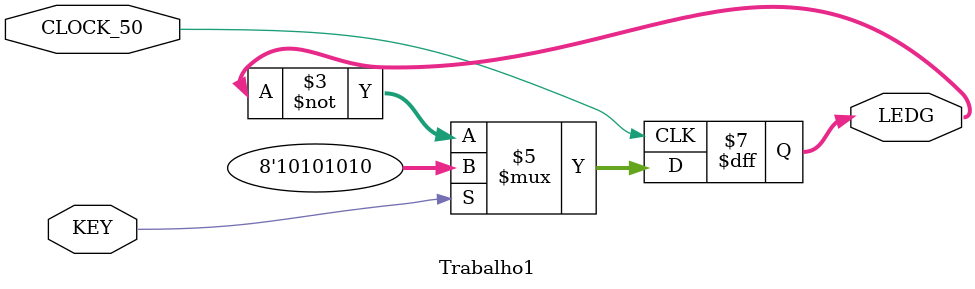
<source format=v>
module Trabalho1(
	input [0:0] KEY,
	input CLOCK_50,
	output reg [7:0] LEDG
);
always @(posedge CLOCK_50)begin

	if(KEY [0]==1)begin
		LEDG <= 8'hAA;
		
	end else begin 
		LEDG <= ~LEDG;
	end
	
end
	
	
endmodule

</source>
